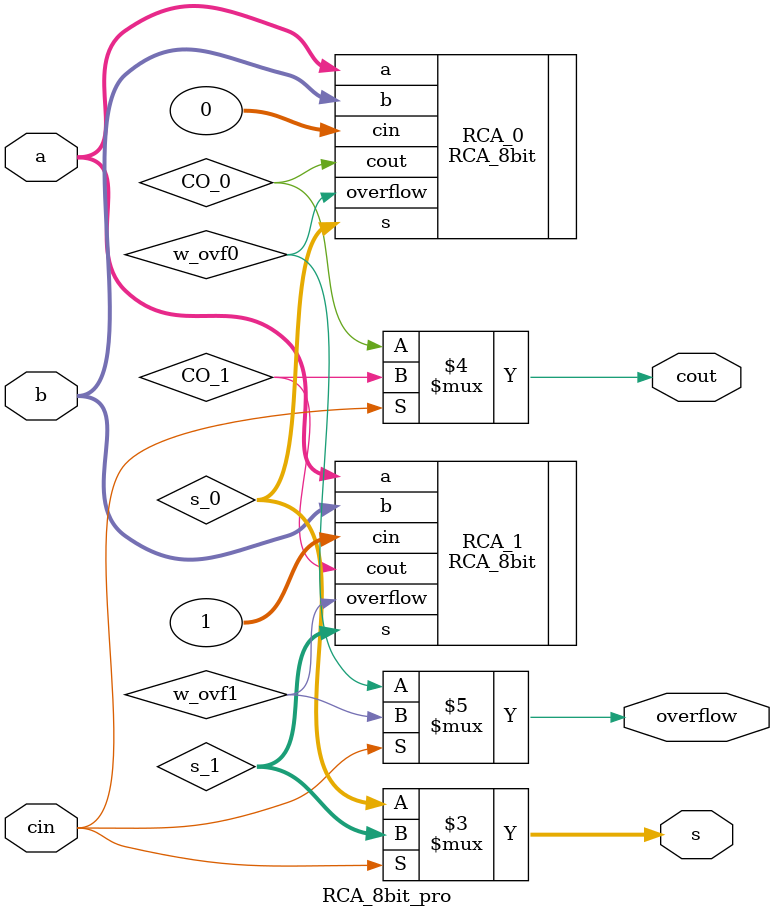
<source format=v>
module RCA_8bit_pro(a, b, cin, s, cout, overflow);
	input [7:0] a, b;
	input cin;
	output [7:0] s;
	output cout, overflow;
	
	wire CO_1, CO_0;
	wire [7:0] s_1, s_0;
	
	// for overflow detection
	wire w_ovf1, w_ovf0;
	
	RCA_8bit RCA_1(.a(a), .b(b), .cin(1), .s(s_1), .cout(CO_1), .overflow(w_ovf1));
	RCA_8bit RCA_0(.a(a), .b(b), .cin(0), .s(s_0), .cout(CO_0), .overflow(w_ovf0));
	
	assign s = cin ? s_1 : s_0;
	assign cout = cin ? CO_1 : CO_0;
	
	// for overflow detection
	assign overflow = cin ? w_ovf1 : w_ovf0;

endmodule
</source>
